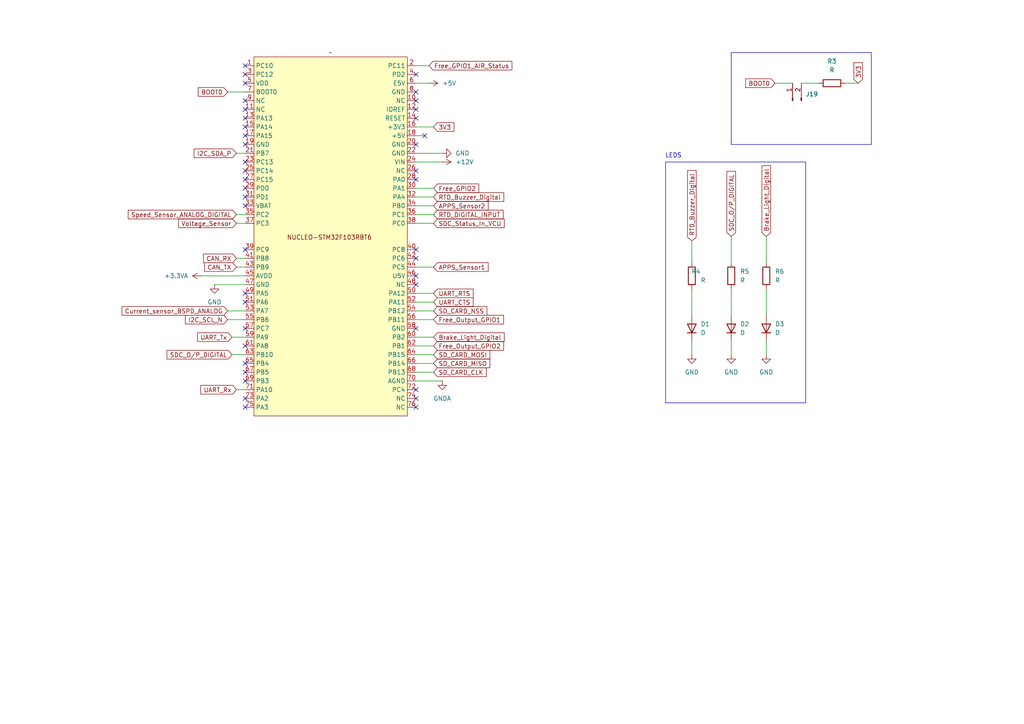
<source format=kicad_sch>
(kicad_sch (version 20231120) (generator "eeschema") (generator_version "8.0")
  (paper "A4")
  (lib_symbols
    (symbol "Connector:Conn_01x02_Pin" (pin_names (offset 1.016) hide)
      (property "Reference" "J" (at 0 2.54 0))
      (property "Value" "Conn_01x02_Pin" (at 0 -5.08 0))
      (symbol "Conn_01x02_Pin_1_1"
        (polyline (pts (xy 1.27 -2.54) (xy 0.8636 -2.54)) (stroke (width 0.1524)))
        (polyline (pts (xy 1.27 0) (xy 0.8636 0)) (stroke (width 0.1524)))
        (rectangle (start 0.8636 -2.413) (end 0 -2.667) (stroke (width 0.1524)) (fill (type outline)))
        (rectangle (start 0.8636 0.127) (end 0 -0.127) (stroke (width 0.1524)) (fill (type outline)))
        (pin passive line (at 5.08 0 180) (length 3.81) (name "Pin_1") (number "1"))
        (pin passive line (at 5.08 -2.54 180) (length 3.81) (name "Pin_2") (number "2"))
      )
    )
    (symbol "Device:D" (pin_numbers hide) (pin_names (offset 1.016) hide)
      (property "Reference" "D" (at 0 2.54 0))
      (property "Value" "D" (at 0 -2.54 0))
      (symbol "D_0_1"
        (polyline (pts (xy -1.27 1.27) (xy -1.27 -1.27)) (stroke (width 0.254)))
        (polyline (pts (xy 1.27 0) (xy -1.27 0)))
        (polyline (pts (xy 1.27 1.27) (xy 1.27 -1.27) (xy -1.27 0) (xy 1.27 1.27)) (stroke (width 0.254)))
      )
      (symbol "D_1_1"
        (pin passive line (at -3.81 0 0) (length 2.54) (name "K") (number "1"))
        (pin passive line (at 3.81 0 180) (length 2.54) (name "A") (number "2"))
      )
    )
    (symbol "Device:R" (pin_numbers hide) (pin_names (offset 0))
      (property "Reference" "R" (at 2.032 0 90))
      (property "Value" "R" (at 0 0 90))
      (symbol "R_0_1"
        (rectangle (start -1.016 -2.54) (end 1.016 2.54) (stroke (width 0.254)))
      )
      (symbol "R_1_1"
        (pin passive line (at 0 3.81 270) (length 1.27) (name "~") (number "1"))
        (pin passive line (at 0 -3.81 90) (length 1.27) (name "~") (number "2"))
      )
    )
    (symbol "STM32F103RBT6_NUCLEO_BOARD:stm32f103rbt6_nucleo_board"
      (property "Reference" "U" (at 0 0 0))
      (symbol "stm32f103rbt6_nucleo_board_1_1"
        (rectangle (start 0 1.27) (end 44.45 -102.87) (fill (type background)))
        (text "NUCLEO-STM32F103RBT6 " (at 22.352 -51.054 0) (effects (font (size 1.27 1.27))))
        (pin input line (at -2.54 -1.27 0) (length 2.54) (name "PC10") (number "1"))
        (pin input line (at 46.99 -11.43 180) (length 2.54) (name "NC") (number "10"))
        (pin input line (at -2.54 -13.97 0) (length 2.54) (name "NC") (number "11"))
        (pin input line (at 46.99 -13.97 180) (length 2.54) (name "IOREF") (number "12"))
        (pin input line (at -2.54 -16.51 0) (length 2.54) (name "PA13") (number "13"))
        (pin input line (at 46.99 -16.51 180) (length 2.54) (name "RESET") (number "14"))
        (pin input line (at -2.54 -19.05 0) (length 2.54) (name "PA14") (number "15"))
        (pin input line (at 46.99 -19.05 180) (length 2.54) (name "+3V3") (number "16"))
        (pin input line (at -2.54 -21.59 0) (length 2.54) (name "PA15") (number "17"))
        (pin input line (at 46.99 -21.59 180) (length 2.54) (name "+5V") (number "18"))
        (pin input line (at -2.54 -24.13 0) (length 2.54) (name "GND") (number "19"))
        (pin input line (at 46.99 -1.27 180) (length 2.54) (name "PC11") (number "2"))
        (pin input line (at 46.99 -24.13 180) (length 2.54) (name "GND") (number "20"))
        (pin input line (at -2.54 -26.67 0) (length 2.54) (name "PB7") (number "21"))
        (pin input line (at 46.99 -26.67 180) (length 2.54) (name "GND") (number "22"))
        (pin input line (at -2.54 -29.21 0) (length 2.54) (name "PC13") (number "23"))
        (pin input line (at 46.99 -29.21 180) (length 2.54) (name "VIN") (number "24"))
        (pin input line (at -2.54 -31.75 0) (length 2.54) (name "PC14") (number "25"))
        (pin input line (at 46.99 -31.75 180) (length 2.54) (name "NC") (number "26"))
        (pin input line (at -2.54 -34.29 0) (length 2.54) (name "PC15") (number "27"))
        (pin input line (at 46.99 -34.29 180) (length 2.54) (name "PA0") (number "28"))
        (pin input line (at -2.54 -36.83 0) (length 2.54) (name "PD0") (number "29"))
        (pin input line (at -2.54 -3.81 0) (length 2.54) (name "PC12") (number "3"))
        (pin input line (at 46.99 -36.83 180) (length 2.54) (name "PA1") (number "30"))
        (pin input line (at -2.54 -39.37 0) (length 2.54) (name "PD1") (number "31"))
        (pin input line (at 46.99 -39.37 180) (length 2.54) (name "PA4") (number "32"))
        (pin input line (at -2.54 -41.91 0) (length 2.54) (name "VBAT") (number "33"))
        (pin input line (at 46.99 -41.91 180) (length 2.54) (name "PB0") (number "34"))
        (pin input line (at -2.54 -44.45 0) (length 2.54) (name "PC2") (number "35"))
        (pin input line (at 46.99 -44.45 180) (length 2.54) (name "PC1") (number "36"))
        (pin input line (at -2.54 -46.99 0) (length 2.54) (name "PC3") (number "37"))
        (pin input line (at 46.99 -46.99 180) (length 2.54) (name "PC0") (number "38"))
        (pin input line (at -2.54 -54.61 0) (length 2.54) (name "PC9") (number "39"))
        (pin input line (at 46.99 -3.81 180) (length 2.54) (name "PD2") (number "4"))
        (pin input line (at 46.99 -54.61 180) (length 2.54) (name "PC8") (number "40"))
        (pin input line (at -2.54 -57.15 0) (length 2.54) (name "PB8") (number "41"))
        (pin input line (at 46.99 -57.15 180) (length 2.54) (name "PC6") (number "42"))
        (pin input line (at -2.54 -59.69 0) (length 2.54) (name "PB9") (number "43"))
        (pin input line (at 46.99 -59.69 180) (length 2.54) (name "PC5") (number "44"))
        (pin input line (at -2.54 -62.23 0) (length 2.54) (name "AVDD") (number "45"))
        (pin input line (at 46.99 -62.23 180) (length 2.54) (name "U5V") (number "46"))
        (pin input line (at -2.54 -64.77 0) (length 2.54) (name "GND") (number "47"))
        (pin input line (at 46.99 -64.77 180) (length 2.54) (name "NC") (number "48"))
        (pin input line (at -2.54 -67.31 0) (length 2.54) (name "PA5") (number "49"))
        (pin input line (at -2.54 -6.35 0) (length 2.54) (name "VDD") (number "5"))
        (pin input line (at 46.99 -67.31 180) (length 2.54) (name "PA12") (number "50"))
        (pin input line (at -2.54 -69.85 0) (length 2.54) (name "PA6") (number "51"))
        (pin input line (at 46.99 -69.85 180) (length 2.54) (name "PA11") (number "52"))
        (pin input line (at -2.54 -72.39 0) (length 2.54) (name "PA7") (number "53"))
        (pin input line (at 46.99 -72.39 180) (length 2.54) (name "PB12") (number "54"))
        (pin input line (at -2.54 -74.93 0) (length 2.54) (name "PB6") (number "55"))
        (pin input line (at 46.99 -74.93 180) (length 2.54) (name "PB11") (number "56"))
        (pin input line (at -2.54 -77.47 0) (length 2.54) (name "PC7") (number "57"))
        (pin input line (at 46.99 -77.47 180) (length 2.54) (name "GND") (number "58"))
        (pin input line (at -2.54 -80.01 0) (length 2.54) (name "PA9") (number "59"))
        (pin input line (at 46.99 -6.35 180) (length 2.54) (name "E5V") (number "6"))
        (pin input line (at 46.99 -80.01 180) (length 2.54) (name "PB2") (number "60"))
        (pin input line (at -2.54 -82.55 0) (length 2.54) (name "PA8") (number "61"))
        (pin input line (at 46.99 -82.55 180) (length 2.54) (name "PB1") (number "62"))
        (pin input line (at -2.54 -85.09 0) (length 2.54) (name "PB10") (number "63"))
        (pin input line (at 46.99 -85.09 180) (length 2.54) (name "PB15") (number "64"))
        (pin input line (at -2.54 -87.63 0) (length 2.54) (name "PB4") (number "65"))
        (pin input line (at 46.99 -87.63 180) (length 2.54) (name "PB14") (number "66"))
        (pin input line (at -2.54 -90.17 0) (length 2.54) (name "PB5") (number "67"))
        (pin input line (at 46.99 -90.17 180) (length 2.54) (name "PB13") (number "68"))
        (pin input line (at -2.54 -92.71 0) (length 2.54) (name "PB3") (number "69"))
        (pin input line (at -2.54 -8.89 0) (length 2.54) (name "BOOT0") (number "7"))
        (pin input line (at 46.99 -92.71 180) (length 2.54) (name "AGND") (number "70"))
        (pin input line (at -2.54 -95.25 0) (length 2.54) (name "PA10") (number "71"))
        (pin input line (at 46.99 -95.25 180) (length 2.54) (name "PC4") (number "72"))
        (pin input line (at -2.54 -97.79 0) (length 2.54) (name "PA2") (number "73"))
        (pin input line (at 46.99 -97.79 180) (length 2.54) (name "NC") (number "74"))
        (pin input line (at -2.54 -100.33 0) (length 2.54) (name "PA3") (number "75"))
        (pin input line (at 46.99 -100.33 180) (length 2.54) (name "NC") (number "76"))
        (pin input line (at 46.99 -8.89 180) (length 2.54) (name "GND") (number "8"))
        (pin input line (at -2.54 -11.43 0) (length 2.54) (name "NC") (number "9"))
      )
    )
    (symbol "power:+12V" (power) (pin_numbers hide) (pin_names (offset 0) hide)
      (property "Value" "+12V" (at 0 3.556 0))
      (symbol "+12V_0_1"
        (polyline (pts (xy -0.762 1.27) (xy 0 2.54)))
        (polyline (pts (xy 0 0) (xy 0 2.54)))
        (polyline (pts (xy 0 2.54) (xy 0.762 1.27)))
      )
      (symbol "+12V_1_1"
        (pin power_in line (at 0 0 90) (length 0) (name "~") (number "1"))
      )
    )
    (symbol "power:+3.3VA" (power) (pin_numbers hide) (pin_names (offset 0) hide)
      (property "Value" "+3.3VA" (at 0 3.556 0))
      (symbol "+3.3VA_0_1"
        (polyline (pts (xy -0.762 1.27) (xy 0 2.54)))
        (polyline (pts (xy 0 0) (xy 0 2.54)))
        (polyline (pts (xy 0 2.54) (xy 0.762 1.27)))
      )
      (symbol "+3.3VA_1_1"
        (pin power_in line (at 0 0 90) (length 0) (name "~") (number "1"))
      )
    )
    (symbol "power:+5V" (power) (pin_numbers hide) (pin_names (offset 0) hide)
      (property "Value" "+5V" (at 0 3.556 0))
      (symbol "+5V_0_1"
        (polyline (pts (xy -0.762 1.27) (xy 0 2.54)))
        (polyline (pts (xy 0 0) (xy 0 2.54)))
        (polyline (pts (xy 0 2.54) (xy 0.762 1.27)))
      )
      (symbol "+5V_1_1"
        (pin power_in line (at 0 0 90) (length 0) (name "~") (number "1"))
      )
    )
    (symbol "power:GND" (power) (pin_numbers hide) (pin_names (offset 0) hide)
      (property "Value" "GND" (at 0 -3.81 0))
      (symbol "GND_0_1"
        (polyline (pts (xy 0 0) (xy 0 -1.27) (xy 1.27 -1.27) (xy 0 -2.54) (xy -1.27 -1.27) (xy 0 -1.27)))
      )
      (symbol "GND_1_1"
        (pin power_in line (at 0 0 270) (length 0) (name "~") (number "1"))
      )
    )
    (symbol "power:GNDA" (power) (pin_numbers hide) (pin_names (offset 0) hide)
      (property "Value" "GNDA" (at 0 -3.81 0))
      (symbol "GNDA_0_1"
        (polyline (pts (xy 0 0) (xy 0 -1.27) (xy 1.27 -1.27) (xy 0 -2.54) (xy -1.27 -1.27) (xy 0 -1.27)))
      )
      (symbol "GNDA_1_1"
        (pin power_in line (at 0 0 270) (length 0) (name "~") (number "1"))
      )
    )
  )
  (no_connect (at 71.12 46.99))
  (no_connect (at 71.12 107.95))
  (no_connect (at 120.65 29.21))
  (no_connect (at 71.12 41.91))
  (no_connect (at 71.12 95.25))
  (no_connect (at 71.12 100.33))
  (no_connect (at 120.65 31.75))
  (no_connect (at 120.65 74.93))
  (no_connect (at 71.12 36.83))
  (no_connect (at 71.12 87.63))
  (no_connect (at 120.65 80.01))
  (no_connect (at 71.12 19.05))
  (no_connect (at 120.65 34.29))
  (no_connect (at 120.65 72.39))
  (no_connect (at 71.12 34.29))
  (no_connect (at 71.12 39.37))
  (no_connect (at 71.12 54.61))
  (no_connect (at 120.65 118.11))
  (no_connect (at 71.12 24.13))
  (no_connect (at 71.12 29.21))
  (no_connect (at 71.12 72.39))
  (no_connect (at 71.12 110.49))
  (no_connect (at 71.12 105.41))
  (no_connect (at 120.65 26.67))
  (no_connect (at 71.12 52.07))
  (no_connect (at 120.65 52.07))
  (no_connect (at 71.12 49.53))
  (no_connect (at 71.12 118.11))
  (no_connect (at 120.65 49.53))
  (no_connect (at 71.12 57.15))
  (no_connect (at 120.65 115.57))
  (no_connect (at 120.65 95.25))
  (no_connect (at 71.12 85.09))
  (no_connect (at 120.65 113.03))
  (no_connect (at 71.12 59.69))
  (no_connect (at 120.65 21.59))
  (no_connect (at 123.19 39.37))
  (no_connect (at 120.65 82.55))
  (no_connect (at 71.12 115.57))
  (no_connect (at 71.12 31.75))
  (no_connect (at 71.12 21.59))
  (no_connect (at 120.65 41.91))
  (wire (pts (xy 68.58 44.45) (xy 71.12 44.45)))
  (wire (pts (xy 120.65 64.77) (xy 125.73 64.77)))
  (wire (pts (xy 68.58 113.03) (xy 71.12 113.03)))
  (wire (pts (xy 232.41 24.13) (xy 237.49 24.13)))
  (wire (pts (xy 68.58 74.93) (xy 71.12 74.93)))
  (wire (pts (xy 120.65 77.47) (xy 125.73 77.47)))
  (wire (pts (xy 200.66 99.06) (xy 200.66 102.87)))
  (wire (pts (xy 120.65 100.33) (xy 125.73 100.33)))
  (wire (pts (xy 120.65 46.99) (xy 128.27 46.99)))
  (wire (pts (xy 245.11 24.13) (xy 248.92 24.13)))
  (wire (pts (xy 62.23 82.55) (xy 71.12 82.55)))
  (wire (pts (xy 120.65 39.37) (xy 123.19 39.37)))
  (wire (pts (xy 120.65 24.13) (xy 124.46 24.13)))
  (wire (pts (xy 120.65 54.61) (xy 125.73 54.61)))
  (wire (pts (xy 58.42 80.01) (xy 71.12 80.01)))
  (wire (pts (xy 212.09 99.06) (xy 212.09 102.87)))
  (wire (pts (xy 66.04 26.67) (xy 71.12 26.67)))
  (wire (pts (xy 200.66 83.82) (xy 200.66 91.44)))
  (wire (pts (xy 120.65 97.79) (xy 125.73 97.79)))
  (wire (pts (xy 120.65 90.17) (xy 125.73 90.17)))
  (wire (pts (xy 120.65 44.45) (xy 128.27 44.45)))
  (wire (pts (xy 120.65 59.69) (xy 125.73 59.69)))
  (wire (pts (xy 212.09 68.58) (xy 212.09 76.2)))
  (wire (pts (xy 68.58 77.47) (xy 71.12 77.47)))
  (wire (pts (xy 120.65 85.09) (xy 125.73 85.09)))
  (wire (pts (xy 222.25 68.58) (xy 222.25 76.2)))
  (wire (pts (xy 120.65 62.23) (xy 125.73 62.23)))
  (wire (pts (xy 120.65 19.05) (xy 124.46 19.05)))
  (wire (pts (xy 222.25 83.82) (xy 222.25 91.44)))
  (wire (pts (xy 212.09 83.82) (xy 212.09 91.44)))
  (wire (pts (xy 66.04 90.17) (xy 71.12 90.17)))
  (wire (pts (xy 120.65 36.83) (xy 125.73 36.83)))
  (wire (pts (xy 67.31 102.87) (xy 71.12 102.87)))
  (wire (pts (xy 66.04 92.71) (xy 71.12 92.71)))
  (wire (pts (xy 120.65 110.49) (xy 128.27 110.49)))
  (wire (pts (xy 224.79 24.13) (xy 229.87 24.13)))
  (wire (pts (xy 222.25 99.06) (xy 222.25 102.87)))
  (wire (pts (xy 120.65 87.63) (xy 125.73 87.63)))
  (wire (pts (xy 120.65 92.71) (xy 125.73 92.71)))
  (wire (pts (xy 120.65 105.41) (xy 125.73 105.41)))
  (wire (pts (xy 120.65 107.95) (xy 125.73 107.95)))
  (wire (pts (xy 68.58 64.77) (xy 71.12 64.77)))
  (wire (pts (xy 120.65 102.87) (xy 125.73 102.87)))
  (wire (pts (xy 68.58 62.23) (xy 71.12 62.23)))
  (wire (pts (xy 200.66 69.85) (xy 200.66 76.2)))
  (wire (pts (xy 67.31 97.79) (xy 71.12 97.79)))
  (wire (pts (xy 120.65 57.15) (xy 125.73 57.15)))
  (rectangle (start 212.09 15.24) (end 252.73 41.91))
  (rectangle (start 193.04 46.99) (end 233.68 116.84))
  (text "LEDS" (at 195.326 45.212 0) (effects (font (size 1.27 1.27))))
  (global_label "SD_CARD_CLK" (shape input) (at 125.73 107.95 0) (property "Intersheetrefs" "${INTERSHEET_REFS}" (effects (hide yes))))
  (global_label "UART_RTS" (shape input) (at 125.73 85.09 0) (property "Intersheetrefs" "${INTERSHEET_REFS}" (effects (hide yes))))
  (global_label "CAN_RX" (shape input) (at 68.58 74.93 180) (property "Intersheetrefs" "${INTERSHEET_REFS}" (effects (hide yes))))
  (global_label "I2C_SCL_N" (shape input) (at 66.04 92.71 180) (property "Intersheetrefs" "${INTERSHEET_REFS}" (effects (hide yes))))
  (global_label "Free_Output_GPIO1" (shape input) (at 125.73 92.71 0) (property "Intersheetrefs" "${INTERSHEET_REFS}" (effects (hide yes))))
  (global_label "Voltage_Sensor" (shape input) (at 68.58 64.77 180) (property "Intersheetrefs" "${INTERSHEET_REFS}" (effects (hide yes))))
  (global_label "I2C_SDA_P" (shape input) (at 68.58 44.45 180) (property "Intersheetrefs" "${INTERSHEET_REFS}" (effects (hide yes))))
  (global_label "Free_GPIO2" (shape input) (at 125.73 54.61 0) (property "Intersheetrefs" "${INTERSHEET_REFS}" (effects (hide yes))))
  (global_label "UART_CTS" (shape input) (at 125.73 87.63 0) (property "Intersheetrefs" "${INTERSHEET_REFS}" (effects (hide yes))))
  (global_label "RTD_Buzzer_Digital" (shape input) (at 125.73 57.15 0) (property "Intersheetrefs" "${INTERSHEET_REFS}" (effects (hide yes))))
  (global_label "BOOT0" (shape input) (at 66.04 26.67 180) (property "Intersheetrefs" "${INTERSHEET_REFS}" (effects (hide yes))))
  (global_label "APPS_Sensor1" (shape input) (at 125.73 77.47 0) (property "Intersheetrefs" "${INTERSHEET_REFS}" (effects (hide yes))))
  (global_label "Brake_Light_Digital" (shape input) (at 222.25 68.58 90) (property "Intersheetrefs" "${INTERSHEET_REFS}" (effects (hide yes))))
  (global_label "SD_CARD_MISO" (shape input) (at 125.73 105.41 0) (property "Intersheetrefs" "${INTERSHEET_REFS}" (effects (hide yes))))
  (global_label "Free_GPIO1_AIR_Status" (shape input) (at 124.46 19.05 0) (property "Intersheetrefs" "${INTERSHEET_REFS}" (effects (hide yes))))
  (global_label "Speed_Sensor_ANALOG_DIGITAL" (shape input) (at 68.58 62.23 180) (property "Intersheetrefs" "${INTERSHEET_REFS}" (effects (hide yes))))
  (global_label "SDC_O{slash}P_DIGITAL" (shape input) (at 67.31 102.87 180) (property "Intersheetrefs" "${INTERSHEET_REFS}" (effects (hide yes))))
  (global_label "UART_Rx" (shape input) (at 68.58 113.03 180) (property "Intersheetrefs" "${INTERSHEET_REFS}" (effects (hide yes))))
  (global_label "Free_Output_GPIO2" (shape input) (at 125.73 100.33 0) (property "Intersheetrefs" "${INTERSHEET_REFS}" (effects (hide yes))))
  (global_label "SD_CARD_NSS" (shape input) (at 125.73 90.17 0) (property "Intersheetrefs" "${INTERSHEET_REFS}" (effects (hide yes))))
  (global_label "Current_sensor_BSPD_ANALOG" (shape input) (at 66.04 90.17 180) (property "Intersheetrefs" "${INTERSHEET_REFS}" (effects (hide yes))))
  (global_label "SDC_O{slash}P_DIGITAL" (shape input) (at 212.09 68.58 90) (property "Intersheetrefs" "${INTERSHEET_REFS}" (effects (hide yes))))
  (global_label "3V3" (shape input) (at 125.73 36.83 0) (property "Intersheetrefs" "${INTERSHEET_REFS}" (effects (hide yes))))
  (global_label "UART_Tx" (shape input) (at 67.31 97.79 180) (property "Intersheetrefs" "${INTERSHEET_REFS}" (effects (hide yes))))
  (global_label "CAN_TX" (shape input) (at 68.58 77.47 180) (property "Intersheetrefs" "${INTERSHEET_REFS}" (effects (hide yes))))
  (global_label "Brake_Light_Digital" (shape input) (at 125.73 97.79 0) (property "Intersheetrefs" "${INTERSHEET_REFS}" (effects (hide yes))))
  (global_label "SDC_Status_In_VCU" (shape input) (at 125.73 64.77 0) (property "Intersheetrefs" "${INTERSHEET_REFS}" (effects (hide yes))))
  (global_label "3V3" (shape input) (at 248.92 24.13 90) (property "Intersheetrefs" "${INTERSHEET_REFS}" (effects (hide yes))))
  (global_label "BOOT0" (shape input) (at 224.79 24.13 180) (property "Intersheetrefs" "${INTERSHEET_REFS}" (effects (hide yes))))
  (global_label "RTD_DIGITAL_INPUT" (shape input) (at 125.73 62.23 0) (property "Intersheetrefs" "${INTERSHEET_REFS}" (effects (hide yes))))
  (global_label "APPS_Sensor2" (shape input) (at 125.73 59.69 0) (property "Intersheetrefs" "${INTERSHEET_REFS}" (effects (hide yes))))
  (global_label "SD_CARD_MOSI" (shape input) (at 125.73 102.87 0) (property "Intersheetrefs" "${INTERSHEET_REFS}" (effects (hide yes))))
  (global_label "RTD_Buzzer_Digital" (shape input) (at 200.66 69.85 90) (property "Intersheetrefs" "${INTERSHEET_REFS}" (effects (hide yes))))
  (symbol (lib_id "Device:R") (at 212.09 80.01 0) (unit 1)
    (property "Reference" "R5" (at 214.63 78.7399 0) (effects (justify left)))
    (property "Value" "R" (at 214.63 81.2799 0) (effects (justify left)))
    (property "Footprint" "Resistor_THT:R_Axial_DIN0204_L3.6mm_D1.6mm_P5.08mm_Horizontal" (effects (hide yes)))
    (property "Description" "Resistor" (effects (hide yes)))
  )
  (symbol (lib_id "power:+3.3VA") (at 58.42 80.01 90) (unit 1)
    (property "Reference" "#PWR019" (effects (hide yes)))
    (property "Value" "+3.3VA" (at 54.61 80.0099 90) (effects (justify left)))
    (property "Description" "Power symbol creates a global label with name \"+3.3VA\"" (effects (hide yes)))
  )
  (symbol (lib_id "power:GND") (at 62.23 82.55 0) (unit 1)
    (property "Reference" "#PWR09" (effects (hide yes)))
    (property "Value" "GND" (at 62.23 87.63 0))
    (property "Description" "Power symbol creates a global label with name \"GND\" , ground" (effects (hide yes)))
  )
  (symbol (lib_id "Device:R") (at 222.25 80.01 0) (unit 1)
    (property "Reference" "R6" (at 224.79 78.7399 0) (effects (justify left)))
    (property "Value" "R" (at 224.79 81.2799 0) (effects (justify left)))
    (property "Footprint" "Resistor_THT:R_Axial_DIN0204_L3.6mm_D1.6mm_P5.08mm_Horizontal" (effects (hide yes)))
    (property "Description" "Resistor" (effects (hide yes)))
  )
  (symbol (lib_id "power:GNDA") (at 128.27 110.49 0) (unit 1)
    (property "Reference" "#PWR018" (effects (hide yes)))
    (property "Value" "GNDA" (at 128.27 115.57 0))
    (property "Description" "Power symbol creates a global label with name \"GNDA\" , analog ground" (effects (hide yes)))
  )
  (symbol (lib_id "Device:R") (at 241.3 24.13 90) (unit 1)
    (property "Reference" "R3" (at 241.3 17.78 90))
    (property "Value" "R" (at 241.3 20.32 90))
    (property "Footprint" "Resistor_THT:R_Axial_DIN0204_L3.6mm_D1.6mm_P5.08mm_Horizontal" (effects (hide yes)))
    (property "Description" "Resistor" (effects (hide yes)))
  )
  (symbol (lib_id "Device:R") (at 200.66 80.01 0) (unit 1)
    (property "Reference" "R4" (at 203.2 78.7399 0) (effects (justify right)))
    (property "Value" "R" (at 203.2 81.2799 0) (effects (justify left)))
    (property "Footprint" "Resistor_THT:R_Axial_DIN0204_L3.6mm_D1.6mm_P5.08mm_Horizontal" (effects (hide yes)))
    (property "Description" "Resistor" (effects (hide yes)))
  )
  (symbol (lib_id "power:GND") (at 200.66 102.87 0) (unit 1)
    (property "Reference" "#PWR023" (effects (hide yes)))
    (property "Value" "GND" (at 200.66 107.95 0))
    (property "Description" "Power symbol creates a global label with name \"GND\" , ground" (effects (hide yes)))
  )
  (symbol (lib_id "power:GND") (at 212.09 102.87 0) (unit 1)
    (property "Reference" "#PWR024" (effects (hide yes)))
    (property "Value" "GND" (at 212.09 107.95 0))
    (property "Description" "Power symbol creates a global label with name \"GND\" , ground" (effects (hide yes)))
  )
  (symbol (lib_id "Device:D") (at 212.09 95.25 90) (unit 1)
    (property "Reference" "D2" (at 214.63 93.9799 90) (effects (justify right)))
    (property "Value" "D" (at 214.63 96.5199 90) (effects (justify right)))
    (property "Footprint" "LED_THT:LED_D4.0mm" (effects (hide yes)))
    (property "Description" "Diode" (effects (hide yes)))
    (property "Sim.Device" "D" (effects (hide yes)))
    (property "Sim.Pins" "1=K 2=A" (effects (hide yes)))
  )
  (symbol (lib_id "power:GND") (at 128.27 44.45 90) (unit 1)
    (property "Reference" "#PWR011" (effects (hide yes)))
    (property "Value" "GND" (at 132.08 44.4499 90) (effects (justify right)))
    (property "Description" "Power symbol creates a global label with name \"GND\" , ground" (effects (hide yes)))
  )
  (symbol (lib_id "Device:D") (at 200.66 95.25 90) (unit 1)
    (property "Reference" "D1" (at 203.2 93.9799 90) (effects (justify right)))
    (property "Value" "D" (at 203.2 96.5199 90) (effects (justify right)))
    (property "Footprint" "LED_THT:LED_D4.0mm" (effects (hide yes)))
    (property "Description" "Diode" (effects (hide yes)))
    (property "Sim.Device" "D" (effects (hide yes)))
    (property "Sim.Pins" "1=K 2=A" (effects (hide yes)))
  )
  (symbol (lib_id "Connector:Conn_01x02_Pin") (at 229.87 29.21 90) (unit 1)
    (property "Reference" "J19" (at 233.68 27.3049 90) (effects (justify right)))
    (property "Value" "Conn_01x02_Pin" (effects (hide yes)))
    (property "Footprint" "Connector_PinHeader_2.54mm:PinHeader_1x02_P2.54mm_Vertical" (effects (hide yes)))
    (property "Description" "Generic connector, single row, 01x02, script generated" (effects (hide yes)))
  )
  (symbol (lib_id "power:+12V") (at 128.27 46.99 270) (unit 1)
    (property "Reference" "#PWR010" (effects (hide yes)))
    (property "Value" "+12V" (at 132.08 46.9899 90) (effects (justify left)))
    (property "Description" "Power symbol creates a global label with name \"+12V\"" (effects (hide yes)))
  )
  (symbol (lib_id "Device:D") (at 222.25 95.25 90) (unit 1)
    (property "Reference" "D3" (at 224.79 93.9799 90) (effects (justify right)))
    (property "Value" "D" (at 224.79 96.5199 90) (effects (justify right)))
    (property "Footprint" "LED_THT:LED_D4.0mm" (effects (hide yes)))
    (property "Description" "Diode" (effects (hide yes)))
    (property "Sim.Device" "D" (effects (hide yes)))
    (property "Sim.Pins" "1=K 2=A" (effects (hide yes)))
  )
  (symbol (lib_id "power:+5V") (at 124.46 24.13 270) (unit 1)
    (property "Reference" "#PWR08" (effects (hide yes)))
    (property "Value" "+5V" (at 128.27 24.1299 90) (effects (justify left)))
    (property "Description" "Power symbol creates a global label with name \"+5V\"" (effects (hide yes)))
  )
  (symbol (lib_id "power:GND") (at 222.25 102.87 0) (unit 1)
    (property "Reference" "#PWR025" (effects (hide yes)))
    (property "Value" "GND" (at 222.25 107.95 0))
    (property "Description" "Power symbol creates a global label with name \"GND\" , ground" (effects (hide yes)))
  )
  (symbol (lib_id "STM32F103RBT6_NUCLEO_BOARD:stm32f103rbt6_nucleo_board") (at 73.66 17.78 0) (unit 1)
    (property "Reference" "U1" (effects (hide yes)))
    (property "Value" "~" (at 95.885 15.24 0))
    (property "Footprint" "NUCLEO-F410RB:ST_NUCLEO-F410RB" (effects (hide yes)))
  )
)
</source>
